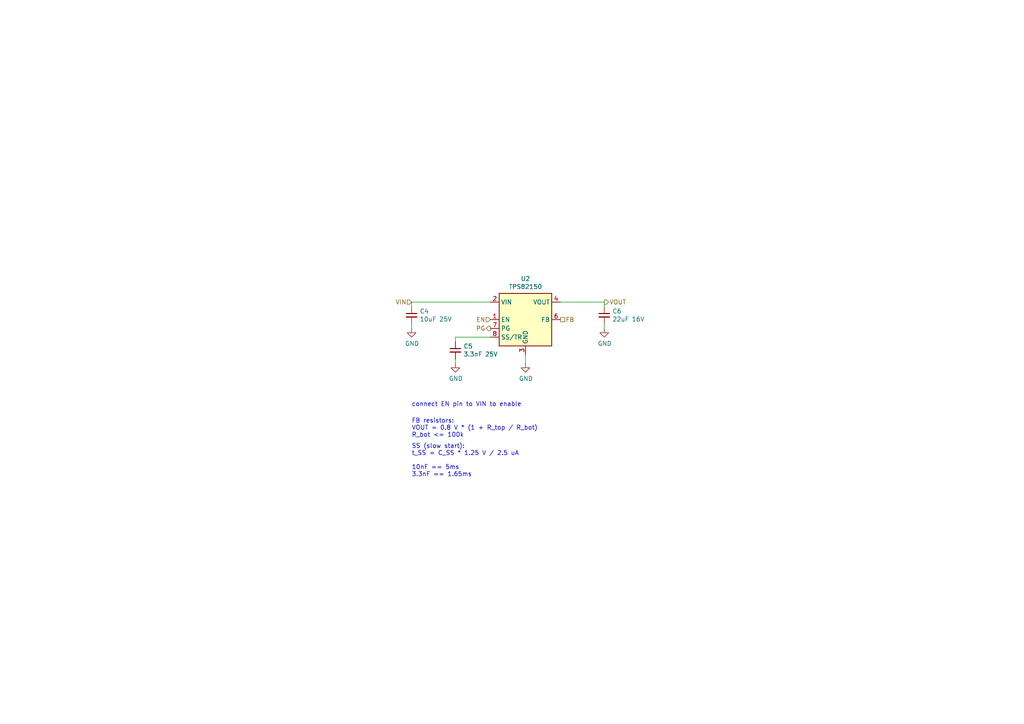
<source format=kicad_sch>
(kicad_sch (version 20211123) (generator eeschema)
  (paper "A4")
  (title_block (title "TPS82150 1A uModule regulator"))
  (lib_symbols
    (symbol "Device:C_Small" (pin_numbers hide) (pin_names (offset 0.254) hide)
      (property "Reference" "C" (at 0.254 1.778 0))
      (property "Value" "C_Small" (at 0.254 -2.032 0))
      (symbol "C_Small_0_1"
        (polyline (pts (xy -1.524 -0.508) (xy 1.524 -0.508)) (stroke (width 0.3302)))
        (polyline (pts (xy -1.524 0.508) (xy 1.524 0.508)) (stroke (width 0.3048)))
      )
      (symbol "C_Small_1_1"
        (pin passive line (at 0 2.54 270) (length 2.032) (name "~") (number "1"))
        (pin passive line (at 0 -2.54 90) (length 2.032) (name "~") (number "2"))
      )
    )
    (symbol "Regulator_Switching:TPS82150"
      (property "Reference" "U" (at 1.27 11.43 0))
      (property "Value" "TPS82150" (at 5.08 8.89 0))
      (symbol "TPS82150_0_1"
        (rectangle (start -7.62 7.62) (end 7.62 -7.62) (stroke (width 0.254)) (fill (type background)))
      )
      (symbol "TPS82150_1_1"
        (pin input line (at -10.16 0 0) (length 2.54) (name "EN") (number "1"))
        (pin power_in line (at -10.16 5.08 0) (length 2.54) (name "VIN") (number "2"))
        (pin power_in line (at 0 -10.16 90) (length 2.54) (name "GND") (number "3"))
        (pin power_out line (at 10.16 5.08 180) (length 2.54) (name "VOUT") (number "4"))
        (pin passive line (at 10.16 5.08 180) (length 2.54) hide (name "VOUT") (number "5"))
        (pin input line (at 10.16 0 180) (length 2.54) (name "FB") (number "6"))
        (pin open_collector line (at -10.16 -2.54 0) (length 2.54) (name "PG") (number "7"))
        (pin input line (at -10.16 -5.08 0) (length 2.54) (name "SS/TR") (number "8"))
        (pin passive line (at 0 -10.16 90) (length 2.54) hide (name "GND") (number "9"))
      )
    )
    (symbol "power:GND" (power) (pin_names (offset 0))
      (property "Value" "GND" (at 0 -3.81 0))
      (symbol "GND_0_1"
        (polyline (pts (xy 0 0) (xy 0 -1.27) (xy 1.27 -1.27) (xy 0 -2.54) (xy -1.27 -1.27) (xy 0 -1.27)))
      )
      (symbol "GND_1_1"
        (pin power_in line (at 0 0 270) (length 0) hide (name "GND") (number "1"))
      )
    )
  )
  (wire (pts (xy 142.24 97.79) (xy 132.08 97.79)))
  (wire (pts (xy 119.38 93.98) (xy 119.38 95.25)))
  (wire (pts (xy 132.08 97.79) (xy 132.08 99.06)))
  (wire (pts (xy 152.4 102.87) (xy 152.4 105.41)))
  (wire (pts (xy 119.38 88.9) (xy 119.38 87.63)))
  (wire (pts (xy 119.38 87.63) (xy 142.24 87.63)))
  (wire (pts (xy 175.26 93.98) (xy 175.26 95.25)))
  (wire (pts (xy 132.08 105.41) (xy 132.08 104.14)))
  (wire (pts (xy 175.26 87.63) (xy 175.26 88.9)))
  (wire (pts (xy 162.56 87.63) (xy 175.26 87.63)))
  (text "SS (slow start):\nt_SS = C_SS * 1.25 V / 2.5 uA\n\n10nF == 5ms\n3.3nF == 1.65ms" (at 119.38 138.43 0) (effects (font (size 1.27 1.27)) (justify left bottom)))
  (text "connect EN pin to VIN to enable" (at 119.38 118.11 0) (effects (font (size 1.27 1.27)) (justify left bottom)))
  (text "FB resistors:\nVOUT = 0.8 V * (1 + R_top / R_bot)\nR_bot <= 100k" (at 119.38 127 0) (effects (font (size 1.27 1.27)) (justify left bottom)))
  (hierarchical_label "PG" (shape output) (at 142.24 95.25 180))
  (hierarchical_label "EN" (shape input) (at 142.24 92.71 180))
  (hierarchical_label "FB" (shape passive) (at 162.56 92.71 0))
  (hierarchical_label "VOUT" (shape output) (at 175.26 87.63 0))
  (hierarchical_label "VIN" (shape input) (at 119.38 87.63 180))
  (symbol (lib_id "power:GND") (at 152.4 105.41 0) (unit 1)
    (property "Reference" "#PWR022" (effects hide))
    (property "Value" "GND" (at 152.527 109.8042 0))
  )
  (symbol (lib_id "power:GND") (at 119.38 95.25 0) (unit 1)
    (property "Reference" "#PWR020" (effects hide))
    (property "Value" "GND" (at 119.507 99.6442 0))
  )
  (symbol (lib_id "power:GND") (at 175.26 95.25 0) (unit 1)
    (property "Reference" "#PWR023" (effects hide))
    (property "Value" "GND" (at 175.387 99.6442 0))
  )
  (symbol (lib_id "Device:C_Small") (at 119.38 91.44 0) (unit 1)
    (property "Reference" "C4" (at 121.7168 90.2716 0) (effects (justify left)))
    (property "Value" "10uF 25V" (at 121.7168 92.583 0) (effects (justify left)))
    (property "Footprint" "Capacitor_SMD:C_0805_2012Metric" (effects hide))
  )
  (symbol (lib_id "Device:C_Small") (at 175.26 91.44 0) (unit 1)
    (property "Reference" "C6" (at 177.5968 90.2716 0) (effects (justify left)))
    (property "Value" "22uF 16V" (at 177.5968 92.583 0) (effects (justify left)))
    (property "Footprint" "Capacitor_SMD:C_0805_2012Metric" (effects hide))
  )
  (symbol (lib_id "Device:C_Small") (at 132.08 101.6 0) (unit 1)
    (property "Reference" "C5" (at 134.4168 100.4316 0) (effects (justify left)))
    (property "Value" "3.3nF 25V" (at 134.4168 102.743 0) (effects (justify left)))
    (property "Footprint" "Capacitor_SMD:C_0402_1005Metric" (effects hide))
  )
  (symbol (lib_id "power:GND") (at 132.08 105.41 0) (unit 1)
    (property "Reference" "#PWR021" (effects hide))
    (property "Value" "GND" (at 132.207 109.8042 0))
  )
  (symbol (lib_id "Regulator_Switching:TPS82150") (at 152.4 92.71 0) (unit 1)
    (property "Reference" "U2" (at 152.4 80.8482 0))
    (property "Value" "TPS82150" (at 152.4 83.1596 0))
    (property "Footprint" "Package_LGA:Texas_SIL0008D_MicroSiP-8-1EP_2.8x3mm_P0.65mm_EP1.1x1.9mm" (effects hide))
    (property "Datasheet" "http://www.ti.com/lit/ds/symlink/tps82150.pdf" (effects hide))
  )
)
</source>
